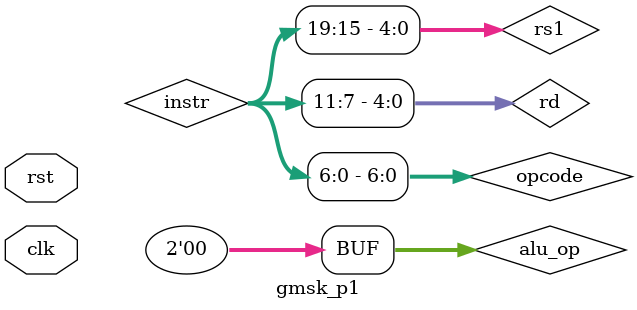
<source format=v>

module gmsk_p1 (
    input wire clk,
    input wire rst
);

    // ==========================================
    // Internal Wires (The Nervous System)
    // ==========================================
    wire [31:0] pc;
    wire [31:0] instr;
    wire [31:0] rdata1, rdata2;
    wire [31:0] alu_result;
    wire zero_flag;
    
    // Decoding Wires
    wire [6:0] opcode = instr[6:0];
    wire [4:0] rd     = instr[11:7];
    wire [2:0] funct3 = instr[14:12];
    wire [4:0] rs1    = instr[19:15];
    wire [4:0] rs2    = instr[24:20];
    wire [11:0] imm   = instr[31:20]; // Immediate value for ADDI

    // Control Signals
    reg [1:0] alu_op;
    reg reg_write;
    reg [31:0] alu_operand_b;

    // ==========================================
    // 1. The Conductor (PC + IMEM)
    // ==========================================
    program_counter PC (
        .clk(clk),
        .rst(rst),
        .pc(pc)
    );

    instruction_memory IMEM (
        .addr(pc),
        .inst(instr)
    );

    // ==========================================
    // 2. The Decoder (Control Logic)
    // ==========================================
    always @(*) begin
        // Defaults
        reg_write = 0;
        alu_op = 2'b00; // ADD default
        alu_operand_b = rdata2; // Default to Register B

        case (opcode)
            // R-Type Instructions (ADD, SUB, AND, OR) -> Opcode: 0110011
            7'b0110011: begin
                reg_write = 1;
                // Decide ALU Operation based on funct3/7 (Simplified for P1)
                // In P1 we only assume ADD for R-type for now to pass the test
                // Expansion needed for SUB/AND/OR later
                alu_op = 2'b00; 
            end

            // I-Type Instructions (ADDI) -> Opcode: 0010011
            7'b0010011: begin
                reg_write = 1;
                alu_op = 2'b00; // ADD operation
                // Sign Extend Immediate
                alu_operand_b = { {20{imm[11]}}, imm }; 
            end
            
            // Default: Do nothing
            default: reg_write = 0;
        endcase
    end

    // ==========================================
    // 3. The Hands (Register File)
    // ==========================================
    register_file REG_FILE (
        .clk(clk),
        .we(reg_write),
        .rs1(rs1),
        .rs2(rs2),
        .rd(rd),
        .wdata(alu_result), // Result goes back to destination
        .rdata1(rdata1),
        .rdata2(rdata2)
    );

    // ==========================================
    // 4. The Brain (ALU)
    // ==========================================
    alu ALU (
        .a(rdata1),
        .b(alu_operand_b), // Either Register or Immediate
        .op(alu_op),
        .result(alu_result),
        .zero(zero_flag)
    );

endmodule

</source>
